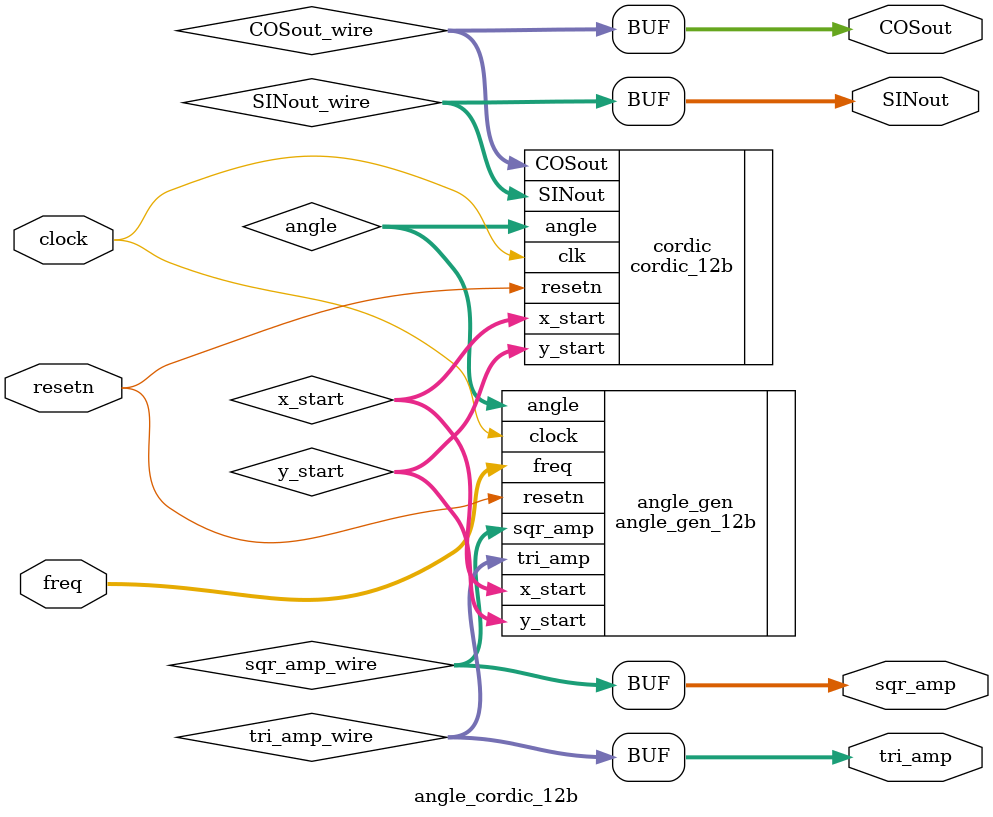
<source format=v>
`timescale 1ns / 1ps



module angle_cordic_12b#(parameter width = 16, CNT = 131072, freq_width = 12) (clock, resetn, freq, SINout, COSout,tri_amp, sqr_amp);

  
// Inputs
  input clock;
  input resetn;
  input [freq_width-1:0] freq;
  
  output  signed [11:0] SINout;
  output  signed [11:0] COSout;
  output  signed [11:0] tri_amp;
  output  signed [11:0] sqr_amp;
  wire [11:0] x_start,y_start;
  
  wire [width-1:0] angle;
  
  wire [11:0] SINout_wire;
  
  wire [11:0] COSout_wire;
  
  wire [11:0] tri_amp_wire, sqr_amp_wire;
  
  assign tri_amp = tri_amp_wire;
  assign sqr_amp = sqr_amp_wire;
  assign SINout = SINout_wire;
  assign COSout = COSout_wire;
  angle_gen_12b#(.width(width), .CNT(CNT), .freq_width(freq_width)) angle_gen(.clock(clock), .resetn(resetn), .freq(freq), .angle(angle), .x_start(x_start), .y_start(y_start),  .tri_amp(tri_amp_wire), .sqr_amp(sqr_amp_wire));
  
 cordic_12b#(.width(width)) cordic(.clk(clock), .resetn(resetn), .SINout(SINout_wire), .COSout(COSout_wire), .x_start(x_start), .y_start(y_start), .angle(angle));
 
//  always @ (posedge clock)
//		begin
//			SINout <= (!resetn) ? 0 : SINout_wire;
//			COSout <= (!resetn) ? 0 : COSout_wire;
//			tri_amp <= (!resetn) ? 0 : tri_amp_wire;
//			sqr_amp <= (!resetn) ? 0 : sqr_amp_wire;
//		end
		
//ila_0 ila (
//	.clk(clock), // input wire clk


//	.probe0(resetn), // input wire [0:0]  probe0  
//	.probe1(start), // input wire [0:0]  probe1 
//	.probe2(freq), // input wire [15:0]  probe2 
//	.probe3(angle), // input wire [11:0]  probe3 
//	.probe4(SINout) // input wire [11:0]  probe4
//);		
		
endmodule
</source>
